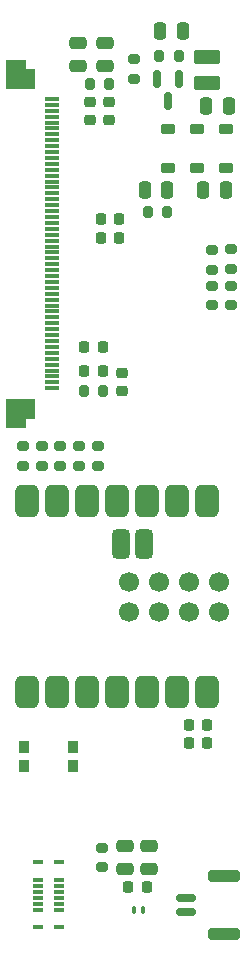
<source format=gbr>
%TF.GenerationSoftware,KiCad,Pcbnew,9.0.5*%
%TF.CreationDate,2025-11-24T11:18:26-05:00*%
%TF.ProjectId,everframe_board,65766572-6672-4616-9d65-5f626f617264,rev?*%
%TF.SameCoordinates,Original*%
%TF.FileFunction,Paste,Top*%
%TF.FilePolarity,Positive*%
%FSLAX46Y46*%
G04 Gerber Fmt 4.6, Leading zero omitted, Abs format (unit mm)*
G04 Created by KiCad (PCBNEW 9.0.5) date 2025-11-24 11:18:26*
%MOMM*%
%LPD*%
G01*
G04 APERTURE LIST*
G04 Aperture macros list*
%AMRoundRect*
0 Rectangle with rounded corners*
0 $1 Rounding radius*
0 $2 $3 $4 $5 $6 $7 $8 $9 X,Y pos of 4 corners*
0 Add a 4 corners polygon primitive as box body*
4,1,4,$2,$3,$4,$5,$6,$7,$8,$9,$2,$3,0*
0 Add four circle primitives for the rounded corners*
1,1,$1+$1,$2,$3*
1,1,$1+$1,$4,$5*
1,1,$1+$1,$6,$7*
1,1,$1+$1,$8,$9*
0 Add four rect primitives between the rounded corners*
20,1,$1+$1,$2,$3,$4,$5,0*
20,1,$1+$1,$4,$5,$6,$7,0*
20,1,$1+$1,$6,$7,$8,$9,0*
20,1,$1+$1,$8,$9,$2,$3,0*%
G04 Aperture macros list end*
%ADD10C,0.010000*%
%ADD11RoundRect,0.150000X0.700000X-0.150000X0.700000X0.150000X-0.700000X0.150000X-0.700000X-0.150000X0*%
%ADD12RoundRect,0.250000X1.100000X-0.250000X1.100000X0.250000X-1.100000X0.250000X-1.100000X-0.250000X0*%
%ADD13RoundRect,0.200000X-0.275000X0.200000X-0.275000X-0.200000X0.275000X-0.200000X0.275000X0.200000X0*%
%ADD14R,0.900000X1.000000*%
%ADD15RoundRect,0.218750X0.218750X0.256250X-0.218750X0.256250X-0.218750X-0.256250X0.218750X-0.256250X0*%
%ADD16RoundRect,0.250000X0.475000X-0.250000X0.475000X0.250000X-0.475000X0.250000X-0.475000X-0.250000X0*%
%ADD17RoundRect,0.200000X0.275000X-0.200000X0.275000X0.200000X-0.275000X0.200000X-0.275000X-0.200000X0*%
%ADD18RoundRect,0.250000X-0.850000X0.375000X-0.850000X-0.375000X0.850000X-0.375000X0.850000X0.375000X0*%
%ADD19RoundRect,0.225000X0.375000X-0.225000X0.375000X0.225000X-0.375000X0.225000X-0.375000X-0.225000X0*%
%ADD20RoundRect,0.150000X-0.150000X0.587500X-0.150000X-0.587500X0.150000X-0.587500X0.150000X0.587500X0*%
%ADD21RoundRect,0.225000X-0.375000X0.225000X-0.375000X-0.225000X0.375000X-0.225000X0.375000X0.225000X0*%
%ADD22R,0.870000X0.300000*%
%ADD23RoundRect,0.200000X-0.200000X-0.275000X0.200000X-0.275000X0.200000X0.275000X-0.200000X0.275000X0*%
%ADD24RoundRect,0.225000X-0.225000X-0.250000X0.225000X-0.250000X0.225000X0.250000X-0.225000X0.250000X0*%
%ADD25RoundRect,0.075000X-0.075000X-0.225000X0.075000X-0.225000X0.075000X0.225000X-0.075000X0.225000X0*%
%ADD26R,1.200000X0.300000*%
%ADD27RoundRect,0.250000X0.250000X0.475000X-0.250000X0.475000X-0.250000X-0.475000X0.250000X-0.475000X0*%
%ADD28RoundRect,0.250000X-0.475000X0.250000X-0.475000X-0.250000X0.475000X-0.250000X0.475000X0.250000X0*%
%ADD29RoundRect,0.225000X0.225000X0.250000X-0.225000X0.250000X-0.225000X-0.250000X0.225000X-0.250000X0*%
%ADD30RoundRect,0.500000X-0.500000X0.875000X-0.500000X-0.875000X0.500000X-0.875000X0.500000X0.875000X0*%
%ADD31RoundRect,0.375000X0.375000X-0.875000X0.375000X0.875000X-0.375000X0.875000X-0.375000X-0.875000X0*%
%ADD32C,1.700000*%
%ADD33RoundRect,0.225000X0.250000X-0.225000X0.250000X0.225000X-0.250000X0.225000X-0.250000X-0.225000X0*%
%ADD34RoundRect,0.250000X-0.250000X-0.475000X0.250000X-0.475000X0.250000X0.475000X-0.250000X0.475000X0*%
G04 APERTURE END LIST*
D10*
%TO.C,J1*%
X74982958Y-58256782D02*
X75782958Y-58256782D01*
X75782958Y-59856782D01*
X73382958Y-59856782D01*
X73382958Y-57456782D01*
X74982958Y-57456782D01*
X74982958Y-58256782D01*
G36*
X74982958Y-58256782D02*
G01*
X75782958Y-58256782D01*
X75782958Y-59856782D01*
X73382958Y-59856782D01*
X73382958Y-57456782D01*
X74982958Y-57456782D01*
X74982958Y-58256782D01*
G37*
X75782958Y-87756782D02*
X74982958Y-87756782D01*
X74982958Y-88556782D01*
X73382958Y-88556782D01*
X73382958Y-86156782D01*
X75782958Y-86156782D01*
X75782958Y-87756782D01*
G36*
X75782958Y-87756782D02*
G01*
X74982958Y-87756782D01*
X74982958Y-88556782D01*
X73382958Y-88556782D01*
X73382958Y-86156782D01*
X75782958Y-86156782D01*
X75782958Y-87756782D01*
G37*
%TD*%
D11*
%TO.C,J3*%
X88650000Y-129625000D03*
X88650000Y-128375000D03*
D12*
X91850000Y-131475000D03*
X91850000Y-126525000D03*
%TD*%
D13*
%TO.C,R10*%
X84212500Y-57412500D03*
X84212500Y-59062500D03*
%TD*%
D14*
%TO.C,SW1*%
X74950000Y-115600000D03*
X79050000Y-115600000D03*
X74950000Y-117200000D03*
X79050000Y-117200000D03*
%TD*%
D15*
%TO.C,FB1*%
X85287500Y-127500000D03*
X83712500Y-127500000D03*
%TD*%
D16*
%TO.C,C19*%
X81800000Y-57950000D03*
X81800000Y-56050000D03*
%TD*%
D17*
%TO.C,R3*%
X90800000Y-78225000D03*
X90800000Y-76575000D03*
%TD*%
D18*
%TO.C,L1*%
X90400000Y-57225000D03*
X90400000Y-59375000D03*
%TD*%
D19*
%TO.C,D3*%
X89549998Y-66600000D03*
X89549998Y-63300000D03*
%TD*%
D20*
%TO.C,Q1*%
X88050000Y-59062500D03*
X86150000Y-59062500D03*
X87100000Y-60937500D03*
%TD*%
D21*
%TO.C,D2*%
X92049998Y-63300000D03*
X92049998Y-66600000D03*
%TD*%
D22*
%TO.C,J2*%
X77865000Y-125400000D03*
X77865000Y-126900000D03*
X77865000Y-127400000D03*
X77865000Y-127900000D03*
X77865000Y-128400000D03*
X77865000Y-128900000D03*
X77865000Y-129400000D03*
X77865000Y-130900000D03*
X76135000Y-130900000D03*
X76135000Y-129400000D03*
X76135000Y-128900000D03*
X76135000Y-128400000D03*
X76135000Y-127900000D03*
X76135000Y-127400000D03*
X76135000Y-126900000D03*
X76135000Y-125400000D03*
%TD*%
D23*
%TO.C,R5*%
X80475000Y-59500000D03*
X82125000Y-59500000D03*
%TD*%
D24*
%TO.C,C7*%
X81425000Y-70900000D03*
X82975000Y-70900000D03*
%TD*%
D17*
%TO.C,R23*%
X74800000Y-91825000D03*
X74800000Y-90175000D03*
%TD*%
D23*
%TO.C,R12*%
X85374998Y-70350000D03*
X87024998Y-70350000D03*
%TD*%
%TO.C,R6*%
X79975000Y-85500000D03*
X81625000Y-85500000D03*
%TD*%
D25*
%TO.C,D5*%
X84250000Y-129400000D03*
X84950000Y-129400000D03*
%TD*%
D23*
%TO.C,R11*%
X86375000Y-57100000D03*
X88025000Y-57100000D03*
%TD*%
D24*
%TO.C,C13*%
X80025000Y-81800000D03*
X81575000Y-81800000D03*
%TD*%
D26*
%TO.C,J1*%
X77282958Y-60756782D03*
X77282958Y-61256782D03*
X77282958Y-61756782D03*
X77282958Y-62256782D03*
X77282958Y-62756782D03*
X77282958Y-63256782D03*
X77282958Y-63756782D03*
X77282958Y-64256782D03*
X77282958Y-64756782D03*
X77282958Y-65256782D03*
X77282958Y-65756782D03*
X77282958Y-66256782D03*
X77282958Y-66756782D03*
X77282958Y-67256782D03*
X77282958Y-67756782D03*
X77282958Y-68256782D03*
X77282958Y-68756782D03*
X77282958Y-69256782D03*
X77282958Y-69756782D03*
X77282958Y-70256782D03*
X77282958Y-70756782D03*
X77282958Y-71256782D03*
X77282958Y-71756782D03*
X77282958Y-72256782D03*
X77282958Y-72756782D03*
X77282958Y-73256782D03*
X77282958Y-73756782D03*
X77282958Y-74256782D03*
X77282958Y-74756782D03*
X77282958Y-75256782D03*
X77282958Y-75756782D03*
X77282958Y-76256782D03*
X77282958Y-76756782D03*
X77282958Y-77256782D03*
X77282958Y-77756782D03*
X77282958Y-78256782D03*
X77282958Y-78756782D03*
X77282958Y-79256782D03*
X77282958Y-79756782D03*
X77282958Y-80256782D03*
X77282958Y-80756782D03*
X77282958Y-81256782D03*
X77282958Y-81756782D03*
X77282958Y-82256782D03*
X77282958Y-82756782D03*
X77282958Y-83256782D03*
X77282958Y-83756782D03*
X77282958Y-84256782D03*
X77282958Y-84756782D03*
X77282958Y-85256782D03*
%TD*%
D27*
%TO.C,C28*%
X92250000Y-61400000D03*
X90350000Y-61400000D03*
%TD*%
D17*
%TO.C,R4*%
X90800000Y-75225000D03*
X90800000Y-73575000D03*
%TD*%
D19*
%TO.C,D1*%
X87099998Y-66600000D03*
X87099998Y-63300000D03*
%TD*%
D28*
%TO.C,C31*%
X85500000Y-124050000D03*
X85500000Y-125950000D03*
%TD*%
D24*
%TO.C,C14*%
X80025000Y-83800000D03*
X81575000Y-83800000D03*
%TD*%
D17*
%TO.C,R24*%
X76400000Y-91825000D03*
X76400000Y-90175000D03*
%TD*%
D29*
%TO.C,C33*%
X90400000Y-113800000D03*
X88850000Y-113800000D03*
%TD*%
D28*
%TO.C,C32*%
X83500000Y-124050000D03*
X83500000Y-125950000D03*
%TD*%
D30*
%TO.C,U1*%
X90370000Y-94835000D03*
X87830000Y-94835000D03*
X85290000Y-94835000D03*
X82750000Y-94835000D03*
X80210000Y-94835000D03*
X77670000Y-94835000D03*
X75130000Y-94835000D03*
X75130000Y-111000000D03*
X77670000Y-111000000D03*
X80210000Y-111000000D03*
X82750000Y-111000000D03*
X85290000Y-111000000D03*
X87830000Y-111000000D03*
X90370000Y-111000000D03*
D31*
X83132000Y-98445000D03*
X85037000Y-98445000D03*
D32*
X91382000Y-101620000D03*
X91382000Y-104160000D03*
X88842000Y-101620000D03*
X88842000Y-104160000D03*
X86302000Y-101620000D03*
X86302000Y-104160000D03*
X83762000Y-101620000D03*
X83762000Y-104160000D03*
%TD*%
D17*
%TO.C,R16*%
X81500000Y-125825000D03*
X81500000Y-124175000D03*
%TD*%
D33*
%TO.C,C20*%
X82100000Y-62575000D03*
X82100000Y-61025000D03*
%TD*%
D34*
%TO.C,C27*%
X90099998Y-68450000D03*
X91999998Y-68450000D03*
%TD*%
D24*
%TO.C,C8*%
X81425000Y-72500000D03*
X82975000Y-72500000D03*
%TD*%
D17*
%TO.C,R26*%
X81200000Y-91825000D03*
X81200000Y-90175000D03*
%TD*%
D13*
%TO.C,R20*%
X78000000Y-90175000D03*
X78000000Y-91825000D03*
%TD*%
D17*
%TO.C,R1*%
X92400000Y-78225000D03*
X92400000Y-76575000D03*
%TD*%
D34*
%TO.C,C25*%
X86450000Y-55000000D03*
X88350000Y-55000000D03*
%TD*%
D29*
%TO.C,C34*%
X90400000Y-115324000D03*
X88850000Y-115324000D03*
%TD*%
D17*
%TO.C,R25*%
X79600000Y-91825000D03*
X79600000Y-90175000D03*
%TD*%
%TO.C,R2*%
X92400000Y-75125000D03*
X92400000Y-73475000D03*
%TD*%
D33*
%TO.C,C21*%
X80500000Y-62575000D03*
X80500000Y-61025000D03*
%TD*%
%TO.C,C22*%
X83200000Y-85525000D03*
X83200000Y-83975000D03*
%TD*%
D16*
%TO.C,C18*%
X79500000Y-57950000D03*
X79500000Y-56050000D03*
%TD*%
D34*
%TO.C,C26*%
X85149998Y-68450000D03*
X87049998Y-68450000D03*
%TD*%
M02*

</source>
